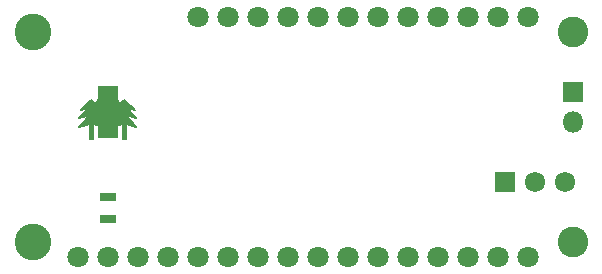
<source format=gbs>
G04 #@! TF.GenerationSoftware,KiCad,Pcbnew,(5.0.0-rc2-dev-444-g2974a2c10)*
G04 #@! TF.CreationDate,2019-07-21T13:12:54-07:00*
G04 #@! TF.ProjectId,Waveform_Generator,57617665666F726D5F47656E65726174,v01*
G04 #@! TF.SameCoordinates,Original*
G04 #@! TF.FileFunction,Soldermask,Bot*
G04 #@! TF.FilePolarity,Negative*
%FSLAX46Y46*%
G04 Gerber Fmt 4.6, Leading zero omitted, Abs format (unit mm)*
G04 Created by KiCad (PCBNEW (5.0.0-rc2-dev-444-g2974a2c10)) date 07/21/19 13:12:54*
%MOMM*%
%LPD*%
G01*
G04 APERTURE LIST*
%ADD10C,0.150000*%
%ADD11R,1.701600X1.301600*%
%ADD12O,1.801600X1.801600*%
%ADD13R,1.801600X1.801600*%
%ADD14C,1.721600*%
%ADD15R,1.721600X1.721600*%
%ADD16C,1.801600*%
%ADD17C,2.601600*%
%ADD18C,3.101600*%
%ADD19R,1.401600X0.801600*%
G04 APERTURE END LIST*
D10*
G36*
X103120000Y-103705000D02*
X103120000Y-105505000D01*
X105130000Y-105525000D01*
X105130000Y-103725000D01*
X103120000Y-103705000D01*
G37*
X103120000Y-103705000D02*
X103120000Y-105505000D01*
X105130000Y-105525000D01*
X105130000Y-103725000D01*
X103120000Y-103705000D01*
G36*
X105540000Y-103525000D02*
X104651000Y-104414000D01*
X105413000Y-104160000D01*
X104524000Y-105049000D01*
X105413000Y-104795000D01*
X104524000Y-105811000D01*
X105413000Y-105557000D01*
X105413000Y-106827000D01*
X105667000Y-106827000D01*
X105667000Y-105557000D01*
X106556000Y-105811000D01*
X105667000Y-104795000D01*
X106556000Y-105049000D01*
X105667000Y-104160000D01*
X106429000Y-104414000D01*
X105540000Y-103525000D01*
G37*
X105540000Y-103525000D02*
X104651000Y-104414000D01*
X105413000Y-104160000D01*
X104524000Y-105049000D01*
X105413000Y-104795000D01*
X104524000Y-105811000D01*
X105413000Y-105557000D01*
X105413000Y-106827000D01*
X105667000Y-106827000D01*
X105667000Y-105557000D01*
X106556000Y-105811000D01*
X105667000Y-104795000D01*
X106556000Y-105049000D01*
X105667000Y-104160000D01*
X106429000Y-104414000D01*
X105540000Y-103525000D01*
G36*
X104143000Y-102763000D02*
X103254000Y-103652000D01*
X104016000Y-103398000D01*
X103127000Y-104287000D01*
X104016000Y-104033000D01*
X103127000Y-105049000D01*
X104016000Y-104795000D01*
X104016000Y-106065000D01*
X104270000Y-106065000D01*
X104270000Y-104795000D01*
X105159000Y-105049000D01*
X104270000Y-104033000D01*
X105159000Y-104287000D01*
X104270000Y-103398000D01*
X105032000Y-103652000D01*
X104143000Y-102763000D01*
G37*
X104143000Y-102763000D02*
X103254000Y-103652000D01*
X104016000Y-103398000D01*
X103127000Y-104287000D01*
X104016000Y-104033000D01*
X103127000Y-105049000D01*
X104016000Y-104795000D01*
X104016000Y-106065000D01*
X104270000Y-106065000D01*
X104270000Y-104795000D01*
X105159000Y-105049000D01*
X104270000Y-104033000D01*
X105159000Y-104287000D01*
X104270000Y-103398000D01*
X105032000Y-103652000D01*
X104143000Y-102763000D01*
G36*
X102746000Y-103525000D02*
X101857000Y-104414000D01*
X102619000Y-104160000D01*
X101730000Y-105049000D01*
X102619000Y-104795000D01*
X101730000Y-105811000D01*
X102619000Y-105557000D01*
X102619000Y-106827000D01*
X102873000Y-106827000D01*
X102873000Y-105557000D01*
X103762000Y-105811000D01*
X102873000Y-104795000D01*
X103762000Y-105049000D01*
X102873000Y-104160000D01*
X103635000Y-104414000D01*
X102746000Y-103525000D01*
G37*
X102746000Y-103525000D02*
X101857000Y-104414000D01*
X102619000Y-104160000D01*
X101730000Y-105049000D01*
X102619000Y-104795000D01*
X101730000Y-105811000D01*
X102619000Y-105557000D01*
X102619000Y-106827000D01*
X102873000Y-106827000D01*
X102873000Y-105557000D01*
X103762000Y-105811000D01*
X102873000Y-104795000D01*
X103762000Y-105049000D01*
X102873000Y-104160000D01*
X103635000Y-104414000D01*
X102746000Y-103525000D01*
D11*
X104140000Y-102975000D03*
X104140000Y-106175000D03*
D12*
X143510000Y-105410000D03*
D13*
X143510000Y-102870000D03*
D14*
X142875000Y-110490000D03*
X140335000Y-110490000D03*
D15*
X137795000Y-110490000D03*
D16*
X101600000Y-116840000D03*
X104140000Y-116840000D03*
X106680000Y-116840000D03*
X109220000Y-116840000D03*
X111760000Y-116840000D03*
X114300000Y-116840000D03*
X116840000Y-116840000D03*
X119380000Y-116840000D03*
X121920000Y-116840000D03*
X124460000Y-116840000D03*
X127000000Y-116840000D03*
X129540000Y-116840000D03*
X132080000Y-116840000D03*
X134620000Y-116840000D03*
X137160000Y-116840000D03*
X139700000Y-116840000D03*
X111760000Y-96520000D03*
X114300000Y-96520000D03*
X116840000Y-96520000D03*
X119380000Y-96520000D03*
X121920000Y-96520000D03*
X124460000Y-96520000D03*
X127000000Y-96520000D03*
X129540000Y-96520000D03*
X132080000Y-96520000D03*
X134620000Y-96520000D03*
X137160000Y-96520000D03*
X139700000Y-96520000D03*
D17*
X143510000Y-97790000D03*
X143510000Y-115570000D03*
D18*
X97790000Y-115570000D03*
X97790000Y-97790000D03*
D19*
X104140000Y-111740000D03*
X104140000Y-113640000D03*
M02*

</source>
